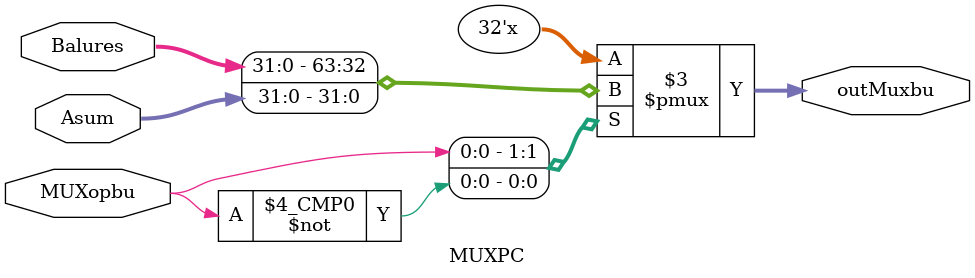
<source format=sv>
module MUXPC(Asum, Balures, MUXopbu, outMuxbu);
  input logic [31:0] Asum;
  input logic [31:0] Balures ;
  input logic MUXopbu; 
  
  output logic [31:0] outMuxbu = 32 /*sumi 88 pp32 0 fact80 pot172*/;

  always @(*) begin
    case (MUXopbu)    	
      1'b1:      
        begin
          //Jump
          outMuxbu <= Balures;
        end
      1'b0:         
        begin
          //Next instruction
          outMuxbu <= Asum;          
        end
    endcase   
  end
endmodule
</source>
